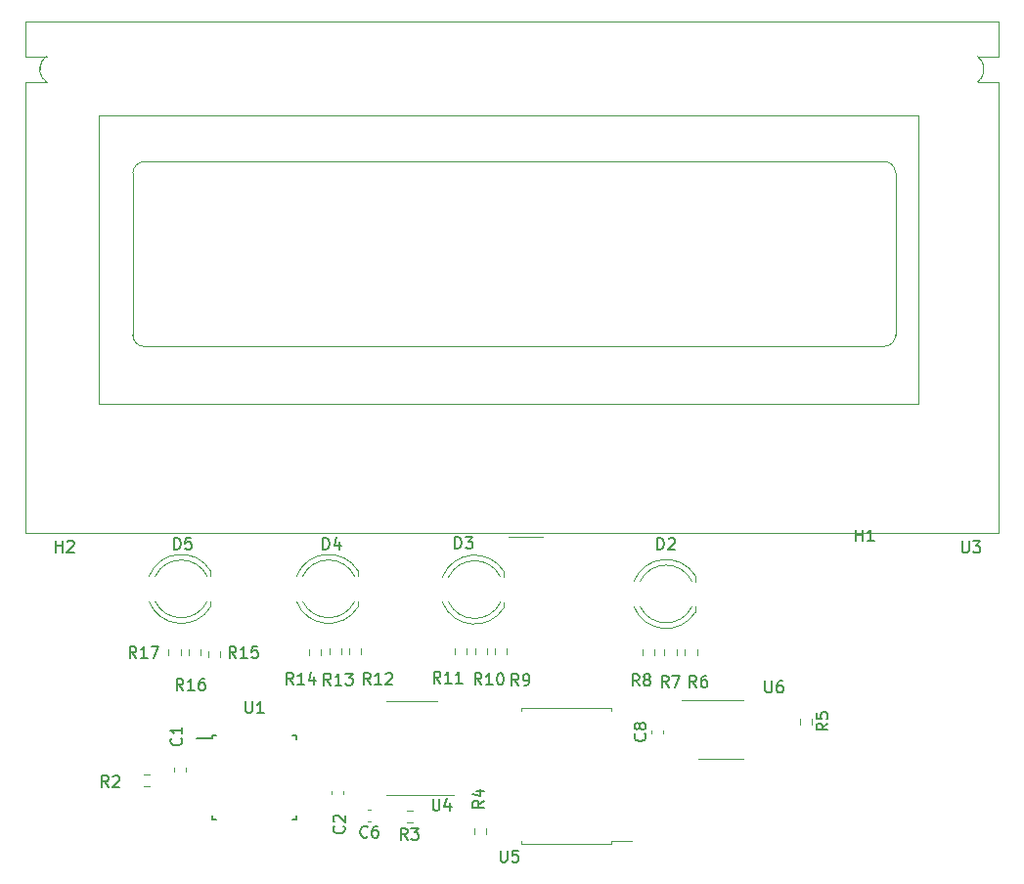
<source format=gbr>
G04 #@! TF.GenerationSoftware,KiCad,Pcbnew,5.1.7-a382d34a8~88~ubuntu18.04.1*
G04 #@! TF.CreationDate,2021-02-25T09:38:48-05:00*
G04 #@! TF.ProjectId,Dash_Left,44617368-5f4c-4656-9674-2e6b69636164,rev?*
G04 #@! TF.SameCoordinates,Original*
G04 #@! TF.FileFunction,Legend,Top*
G04 #@! TF.FilePolarity,Positive*
%FSLAX46Y46*%
G04 Gerber Fmt 4.6, Leading zero omitted, Abs format (unit mm)*
G04 Created by KiCad (PCBNEW 5.1.7-a382d34a8~88~ubuntu18.04.1) date 2021-02-25 09:38:48*
%MOMM*%
%LPD*%
G01*
G04 APERTURE LIST*
%ADD10C,0.120000*%
%ADD11C,0.150000*%
G04 APERTURE END LIST*
D10*
X139570847Y-110648020D02*
X139278313Y-110648020D01*
X139570847Y-111668020D02*
X139278313Y-111668020D01*
X123077500Y-96749776D02*
X123077500Y-97259224D01*
X122032500Y-96749776D02*
X122032500Y-97259224D01*
X124792000Y-96773276D02*
X124792000Y-97282724D01*
X123747000Y-96773276D02*
X123747000Y-97282724D01*
X126506500Y-96876776D02*
X126506500Y-97386224D01*
X125461500Y-96876776D02*
X125461500Y-97386224D01*
X135206000Y-96709776D02*
X135206000Y-97219224D01*
X134161000Y-96709776D02*
X134161000Y-97219224D01*
X136984000Y-96686276D02*
X136984000Y-97195724D01*
X135939000Y-96686276D02*
X135939000Y-97195724D01*
X138698500Y-96669776D02*
X138698500Y-97179224D01*
X137653500Y-96669776D02*
X137653500Y-97179224D01*
X147817100Y-96671676D02*
X147817100Y-97181124D01*
X146772100Y-96671676D02*
X146772100Y-97181124D01*
X149595100Y-96671676D02*
X149595100Y-97181124D01*
X148550100Y-96671676D02*
X148550100Y-97181124D01*
X151309600Y-96671676D02*
X151309600Y-97181124D01*
X150264600Y-96671676D02*
X150264600Y-97181124D01*
X164098500Y-96749776D02*
X164098500Y-97259224D01*
X163053500Y-96749776D02*
X163053500Y-97259224D01*
X166003500Y-96773276D02*
X166003500Y-97282724D01*
X164958500Y-96773276D02*
X164958500Y-97282724D01*
X167781500Y-96773276D02*
X167781500Y-97282724D01*
X166736500Y-96773276D02*
X166736500Y-97282724D01*
X169862500Y-101135500D02*
X166412500Y-101135500D01*
X169862500Y-101135500D02*
X171812500Y-101135500D01*
X169862500Y-106255500D02*
X167912500Y-106255500D01*
X169862500Y-106255500D02*
X171812500Y-106255500D01*
X160324000Y-113336000D02*
X162139000Y-113336000D01*
X160324000Y-113581000D02*
X160324000Y-113336000D01*
X156464000Y-113581000D02*
X160324000Y-113581000D01*
X152604000Y-113581000D02*
X152604000Y-113336000D01*
X156464000Y-113581000D02*
X152604000Y-113581000D01*
X160324000Y-101811000D02*
X160324000Y-102056000D01*
X156464000Y-101811000D02*
X160324000Y-101811000D01*
X152604000Y-101811000D02*
X152604000Y-102056000D01*
X156464000Y-101811000D02*
X152604000Y-101811000D01*
X143124000Y-109329000D02*
X146724000Y-109329000D01*
X143124000Y-109329000D02*
X140924000Y-109329000D01*
X143124000Y-101259000D02*
X145324000Y-101259000D01*
X143124000Y-101259000D02*
X140924000Y-101259000D01*
X115971500Y-75518500D02*
X115971500Y-50518500D01*
X186971500Y-75518500D02*
X115971500Y-75518500D01*
X186971500Y-50518500D02*
X186971500Y-75518500D01*
X115971500Y-50518500D02*
X186971500Y-50518500D01*
X119971500Y-54518500D02*
X183971500Y-54518500D01*
X184971500Y-55518500D02*
X184971500Y-69518500D01*
X183971500Y-70518500D02*
X119971500Y-70518500D01*
X118941500Y-69518500D02*
X118941500Y-55518500D01*
X154471500Y-87018500D02*
X151471500Y-87018500D01*
X109611500Y-86658500D02*
X109611500Y-47628500D01*
X193891500Y-86658500D02*
X109611500Y-86658500D01*
X193891500Y-47628500D02*
X193891500Y-86658500D01*
X109611500Y-42378500D02*
X193891500Y-42378500D01*
X109611500Y-47628500D02*
X111471500Y-47628500D01*
X109611500Y-45408500D02*
X109611500Y-42378500D01*
X111471500Y-45408500D02*
X109611500Y-45408500D01*
X193891500Y-47628500D02*
X192071500Y-47628500D01*
X193891500Y-42378500D02*
X193891500Y-45408500D01*
X193891500Y-45408500D02*
X192071500Y-45408500D01*
X119945760Y-54514800D02*
G75*
G03*
X118945000Y-55515560I0J-1000760D01*
G01*
X118937540Y-69526040D02*
G75*
G03*
X119935760Y-70524260I998220J0D01*
G01*
X183976140Y-70514260D02*
G75*
G03*
X184974360Y-69516040I0J998220D01*
G01*
X184966900Y-55495560D02*
G75*
G03*
X183966140Y-54494800I-1000760J0D01*
G01*
X111461500Y-45398500D02*
G75*
G03*
X111131500Y-47308500I790000J-1120000D01*
G01*
X111131500Y-45748500D02*
G75*
G03*
X111471500Y-47628500I1110000J-770000D01*
G01*
X192071500Y-47628500D02*
G75*
G03*
X192361500Y-45698500I-820000J1110000D01*
G01*
X192361500Y-47338500D02*
G75*
G03*
X192071500Y-45408500I-1110000J820000D01*
G01*
D11*
X125847000Y-104442000D02*
X124422000Y-104442000D01*
X133097000Y-104217000D02*
X132772000Y-104217000D01*
X133097000Y-111467000D02*
X132772000Y-111467000D01*
X125847000Y-111467000D02*
X126172000Y-111467000D01*
X125847000Y-104217000D02*
X126172000Y-104217000D01*
X125847000Y-111467000D02*
X125847000Y-111142000D01*
X133097000Y-111467000D02*
X133097000Y-111142000D01*
X133097000Y-104217000D02*
X133097000Y-104542000D01*
X125847000Y-104217000D02*
X125847000Y-104442000D01*
D10*
X176706000Y-102718776D02*
X176706000Y-103228224D01*
X177751000Y-102718776D02*
X177751000Y-103228224D01*
X149557000Y-112736724D02*
X149557000Y-112227276D01*
X148512000Y-112736724D02*
X148512000Y-112227276D01*
X142625356Y-111718620D02*
X143134804Y-111718620D01*
X142625356Y-110673620D02*
X143134804Y-110673620D01*
X120396724Y-107554500D02*
X119887276Y-107554500D01*
X120396724Y-108599500D02*
X119887276Y-108599500D01*
X125686500Y-90423500D02*
X125686500Y-89958500D01*
X125686500Y-93048500D02*
X125686500Y-92583500D01*
X120872021Y-90423071D02*
G75*
G02*
X125381184Y-90423500I2254479J-1080429D01*
G01*
X120872021Y-92583929D02*
G75*
G03*
X125381184Y-92583500I2254479J1080429D01*
G01*
X120338685Y-90422673D02*
G75*
G02*
X125686500Y-89958670I2787815J-1080827D01*
G01*
X120338685Y-92584327D02*
G75*
G03*
X125686500Y-93048330I2787815J1080827D01*
G01*
X138450000Y-90423500D02*
X138450000Y-89958500D01*
X138450000Y-93048500D02*
X138450000Y-92583500D01*
X133635521Y-90423071D02*
G75*
G02*
X138144684Y-90423500I2254479J-1080429D01*
G01*
X133635521Y-92583929D02*
G75*
G03*
X138144684Y-92583500I2254479J1080429D01*
G01*
X133102185Y-90422673D02*
G75*
G02*
X138450000Y-89958670I2787815J-1080827D01*
G01*
X133102185Y-92584327D02*
G75*
G03*
X138450000Y-93048330I2787815J1080827D01*
G01*
X151086500Y-90487000D02*
X151086500Y-90022000D01*
X151086500Y-93112000D02*
X151086500Y-92647000D01*
X146272021Y-90486571D02*
G75*
G02*
X150781184Y-90487000I2254479J-1080429D01*
G01*
X146272021Y-92647429D02*
G75*
G03*
X150781184Y-92647000I2254479J1080429D01*
G01*
X145738685Y-90486173D02*
G75*
G02*
X151086500Y-90022170I2787815J-1080827D01*
G01*
X145738685Y-92647827D02*
G75*
G03*
X151086500Y-93111830I2787815J1080827D01*
G01*
X167660000Y-90868000D02*
X167660000Y-90403000D01*
X167660000Y-93493000D02*
X167660000Y-93028000D01*
X162845521Y-90867571D02*
G75*
G02*
X167354684Y-90868000I2254479J-1080429D01*
G01*
X162845521Y-93028429D02*
G75*
G03*
X167354684Y-93028000I2254479J1080429D01*
G01*
X162312185Y-90867173D02*
G75*
G02*
X167660000Y-90403170I2787815J-1080827D01*
G01*
X162312185Y-93028827D02*
G75*
G03*
X167660000Y-93492830I2787815J1080827D01*
G01*
X164848000Y-104032267D02*
X164848000Y-103739733D01*
X163828000Y-104032267D02*
X163828000Y-103739733D01*
X136142000Y-108973233D02*
X136142000Y-109265767D01*
X137162000Y-108973233D02*
X137162000Y-109265767D01*
X123499340Y-107309967D02*
X123499340Y-107017433D01*
X122479340Y-107309967D02*
X122479340Y-107017433D01*
D11*
X139257913Y-112945162D02*
X139210294Y-112992781D01*
X139067437Y-113040400D01*
X138972199Y-113040400D01*
X138829341Y-112992781D01*
X138734103Y-112897543D01*
X138686484Y-112802305D01*
X138638865Y-112611829D01*
X138638865Y-112468972D01*
X138686484Y-112278496D01*
X138734103Y-112183258D01*
X138829341Y-112088020D01*
X138972199Y-112040400D01*
X139067437Y-112040400D01*
X139210294Y-112088020D01*
X139257913Y-112135639D01*
X140115056Y-112040400D02*
X139924580Y-112040400D01*
X139829341Y-112088020D01*
X139781722Y-112135639D01*
X139686484Y-112278496D01*
X139638865Y-112468972D01*
X139638865Y-112849924D01*
X139686484Y-112945162D01*
X139734103Y-112992781D01*
X139829341Y-113040400D01*
X140019818Y-113040400D01*
X140115056Y-112992781D01*
X140162675Y-112945162D01*
X140210294Y-112849924D01*
X140210294Y-112611829D01*
X140162675Y-112516591D01*
X140115056Y-112468972D01*
X140019818Y-112421353D01*
X139829341Y-112421353D01*
X139734103Y-112468972D01*
X139686484Y-112516591D01*
X139638865Y-112611829D01*
X119245142Y-97480380D02*
X118911809Y-97004190D01*
X118673714Y-97480380D02*
X118673714Y-96480380D01*
X119054666Y-96480380D01*
X119149904Y-96528000D01*
X119197523Y-96575619D01*
X119245142Y-96670857D01*
X119245142Y-96813714D01*
X119197523Y-96908952D01*
X119149904Y-96956571D01*
X119054666Y-97004190D01*
X118673714Y-97004190D01*
X120197523Y-97480380D02*
X119626095Y-97480380D01*
X119911809Y-97480380D02*
X119911809Y-96480380D01*
X119816571Y-96623238D01*
X119721333Y-96718476D01*
X119626095Y-96766095D01*
X120530857Y-96480380D02*
X121197523Y-96480380D01*
X120768952Y-97480380D01*
X123309142Y-100274380D02*
X122975809Y-99798190D01*
X122737714Y-100274380D02*
X122737714Y-99274380D01*
X123118666Y-99274380D01*
X123213904Y-99322000D01*
X123261523Y-99369619D01*
X123309142Y-99464857D01*
X123309142Y-99607714D01*
X123261523Y-99702952D01*
X123213904Y-99750571D01*
X123118666Y-99798190D01*
X122737714Y-99798190D01*
X124261523Y-100274380D02*
X123690095Y-100274380D01*
X123975809Y-100274380D02*
X123975809Y-99274380D01*
X123880571Y-99417238D01*
X123785333Y-99512476D01*
X123690095Y-99560095D01*
X125118666Y-99274380D02*
X124928190Y-99274380D01*
X124832952Y-99322000D01*
X124785333Y-99369619D01*
X124690095Y-99512476D01*
X124642476Y-99702952D01*
X124642476Y-100083904D01*
X124690095Y-100179142D01*
X124737714Y-100226761D01*
X124832952Y-100274380D01*
X125023428Y-100274380D01*
X125118666Y-100226761D01*
X125166285Y-100179142D01*
X125213904Y-100083904D01*
X125213904Y-99845809D01*
X125166285Y-99750571D01*
X125118666Y-99702952D01*
X125023428Y-99655333D01*
X124832952Y-99655333D01*
X124737714Y-99702952D01*
X124690095Y-99750571D01*
X124642476Y-99845809D01*
X127881142Y-97480380D02*
X127547809Y-97004190D01*
X127309714Y-97480380D02*
X127309714Y-96480380D01*
X127690666Y-96480380D01*
X127785904Y-96528000D01*
X127833523Y-96575619D01*
X127881142Y-96670857D01*
X127881142Y-96813714D01*
X127833523Y-96908952D01*
X127785904Y-96956571D01*
X127690666Y-97004190D01*
X127309714Y-97004190D01*
X128833523Y-97480380D02*
X128262095Y-97480380D01*
X128547809Y-97480380D02*
X128547809Y-96480380D01*
X128452571Y-96623238D01*
X128357333Y-96718476D01*
X128262095Y-96766095D01*
X129738285Y-96480380D02*
X129262095Y-96480380D01*
X129214476Y-96956571D01*
X129262095Y-96908952D01*
X129357333Y-96861333D01*
X129595428Y-96861333D01*
X129690666Y-96908952D01*
X129738285Y-96956571D01*
X129785904Y-97051809D01*
X129785904Y-97289904D01*
X129738285Y-97385142D01*
X129690666Y-97432761D01*
X129595428Y-97480380D01*
X129357333Y-97480380D01*
X129262095Y-97432761D01*
X129214476Y-97385142D01*
X132834142Y-99766380D02*
X132500809Y-99290190D01*
X132262714Y-99766380D02*
X132262714Y-98766380D01*
X132643666Y-98766380D01*
X132738904Y-98814000D01*
X132786523Y-98861619D01*
X132834142Y-98956857D01*
X132834142Y-99099714D01*
X132786523Y-99194952D01*
X132738904Y-99242571D01*
X132643666Y-99290190D01*
X132262714Y-99290190D01*
X133786523Y-99766380D02*
X133215095Y-99766380D01*
X133500809Y-99766380D02*
X133500809Y-98766380D01*
X133405571Y-98909238D01*
X133310333Y-99004476D01*
X133215095Y-99052095D01*
X134643666Y-99099714D02*
X134643666Y-99766380D01*
X134405571Y-98718761D02*
X134167476Y-99433047D01*
X134786523Y-99433047D01*
X136072642Y-99829880D02*
X135739309Y-99353690D01*
X135501214Y-99829880D02*
X135501214Y-98829880D01*
X135882166Y-98829880D01*
X135977404Y-98877500D01*
X136025023Y-98925119D01*
X136072642Y-99020357D01*
X136072642Y-99163214D01*
X136025023Y-99258452D01*
X135977404Y-99306071D01*
X135882166Y-99353690D01*
X135501214Y-99353690D01*
X137025023Y-99829880D02*
X136453595Y-99829880D01*
X136739309Y-99829880D02*
X136739309Y-98829880D01*
X136644071Y-98972738D01*
X136548833Y-99067976D01*
X136453595Y-99115595D01*
X137358357Y-98829880D02*
X137977404Y-98829880D01*
X137644071Y-99210833D01*
X137786928Y-99210833D01*
X137882166Y-99258452D01*
X137929785Y-99306071D01*
X137977404Y-99401309D01*
X137977404Y-99639404D01*
X137929785Y-99734642D01*
X137882166Y-99782261D01*
X137786928Y-99829880D01*
X137501214Y-99829880D01*
X137405976Y-99782261D01*
X137358357Y-99734642D01*
X139501642Y-99766380D02*
X139168309Y-99290190D01*
X138930214Y-99766380D02*
X138930214Y-98766380D01*
X139311166Y-98766380D01*
X139406404Y-98814000D01*
X139454023Y-98861619D01*
X139501642Y-98956857D01*
X139501642Y-99099714D01*
X139454023Y-99194952D01*
X139406404Y-99242571D01*
X139311166Y-99290190D01*
X138930214Y-99290190D01*
X140454023Y-99766380D02*
X139882595Y-99766380D01*
X140168309Y-99766380D02*
X140168309Y-98766380D01*
X140073071Y-98909238D01*
X139977833Y-99004476D01*
X139882595Y-99052095D01*
X140834976Y-98861619D02*
X140882595Y-98814000D01*
X140977833Y-98766380D01*
X141215928Y-98766380D01*
X141311166Y-98814000D01*
X141358785Y-98861619D01*
X141406404Y-98956857D01*
X141406404Y-99052095D01*
X141358785Y-99194952D01*
X140787357Y-99766380D01*
X141406404Y-99766380D01*
X145572242Y-99664780D02*
X145238909Y-99188590D01*
X145000814Y-99664780D02*
X145000814Y-98664780D01*
X145381766Y-98664780D01*
X145477004Y-98712400D01*
X145524623Y-98760019D01*
X145572242Y-98855257D01*
X145572242Y-98998114D01*
X145524623Y-99093352D01*
X145477004Y-99140971D01*
X145381766Y-99188590D01*
X145000814Y-99188590D01*
X146524623Y-99664780D02*
X145953195Y-99664780D01*
X146238909Y-99664780D02*
X146238909Y-98664780D01*
X146143671Y-98807638D01*
X146048433Y-98902876D01*
X145953195Y-98950495D01*
X147477004Y-99664780D02*
X146905576Y-99664780D01*
X147191290Y-99664780D02*
X147191290Y-98664780D01*
X147096052Y-98807638D01*
X147000814Y-98902876D01*
X146905576Y-98950495D01*
X149128242Y-99791780D02*
X148794909Y-99315590D01*
X148556814Y-99791780D02*
X148556814Y-98791780D01*
X148937766Y-98791780D01*
X149033004Y-98839400D01*
X149080623Y-98887019D01*
X149128242Y-98982257D01*
X149128242Y-99125114D01*
X149080623Y-99220352D01*
X149033004Y-99267971D01*
X148937766Y-99315590D01*
X148556814Y-99315590D01*
X150080623Y-99791780D02*
X149509195Y-99791780D01*
X149794909Y-99791780D02*
X149794909Y-98791780D01*
X149699671Y-98934638D01*
X149604433Y-99029876D01*
X149509195Y-99077495D01*
X150699671Y-98791780D02*
X150794909Y-98791780D01*
X150890147Y-98839400D01*
X150937766Y-98887019D01*
X150985385Y-98982257D01*
X151033004Y-99172733D01*
X151033004Y-99410828D01*
X150985385Y-99601304D01*
X150937766Y-99696542D01*
X150890147Y-99744161D01*
X150794909Y-99791780D01*
X150699671Y-99791780D01*
X150604433Y-99744161D01*
X150556814Y-99696542D01*
X150509195Y-99601304D01*
X150461576Y-99410828D01*
X150461576Y-99172733D01*
X150509195Y-98982257D01*
X150556814Y-98887019D01*
X150604433Y-98839400D01*
X150699671Y-98791780D01*
X152334933Y-99855280D02*
X152001600Y-99379090D01*
X151763504Y-99855280D02*
X151763504Y-98855280D01*
X152144457Y-98855280D01*
X152239695Y-98902900D01*
X152287314Y-98950519D01*
X152334933Y-99045757D01*
X152334933Y-99188614D01*
X152287314Y-99283852D01*
X152239695Y-99331471D01*
X152144457Y-99379090D01*
X151763504Y-99379090D01*
X152811123Y-99855280D02*
X153001600Y-99855280D01*
X153096838Y-99807661D01*
X153144457Y-99760042D01*
X153239695Y-99617185D01*
X153287314Y-99426709D01*
X153287314Y-99045757D01*
X153239695Y-98950519D01*
X153192076Y-98902900D01*
X153096838Y-98855280D01*
X152906361Y-98855280D01*
X152811123Y-98902900D01*
X152763504Y-98950519D01*
X152715885Y-99045757D01*
X152715885Y-99283852D01*
X152763504Y-99379090D01*
X152811123Y-99426709D01*
X152906361Y-99474328D01*
X153096838Y-99474328D01*
X153192076Y-99426709D01*
X153239695Y-99379090D01*
X153287314Y-99283852D01*
X162774333Y-99893380D02*
X162441000Y-99417190D01*
X162202904Y-99893380D02*
X162202904Y-98893380D01*
X162583857Y-98893380D01*
X162679095Y-98941000D01*
X162726714Y-98988619D01*
X162774333Y-99083857D01*
X162774333Y-99226714D01*
X162726714Y-99321952D01*
X162679095Y-99369571D01*
X162583857Y-99417190D01*
X162202904Y-99417190D01*
X163345761Y-99321952D02*
X163250523Y-99274333D01*
X163202904Y-99226714D01*
X163155285Y-99131476D01*
X163155285Y-99083857D01*
X163202904Y-98988619D01*
X163250523Y-98941000D01*
X163345761Y-98893380D01*
X163536238Y-98893380D01*
X163631476Y-98941000D01*
X163679095Y-98988619D01*
X163726714Y-99083857D01*
X163726714Y-99131476D01*
X163679095Y-99226714D01*
X163631476Y-99274333D01*
X163536238Y-99321952D01*
X163345761Y-99321952D01*
X163250523Y-99369571D01*
X163202904Y-99417190D01*
X163155285Y-99512428D01*
X163155285Y-99702904D01*
X163202904Y-99798142D01*
X163250523Y-99845761D01*
X163345761Y-99893380D01*
X163536238Y-99893380D01*
X163631476Y-99845761D01*
X163679095Y-99798142D01*
X163726714Y-99702904D01*
X163726714Y-99512428D01*
X163679095Y-99417190D01*
X163631476Y-99369571D01*
X163536238Y-99321952D01*
X165314333Y-100020380D02*
X164981000Y-99544190D01*
X164742904Y-100020380D02*
X164742904Y-99020380D01*
X165123857Y-99020380D01*
X165219095Y-99068000D01*
X165266714Y-99115619D01*
X165314333Y-99210857D01*
X165314333Y-99353714D01*
X165266714Y-99448952D01*
X165219095Y-99496571D01*
X165123857Y-99544190D01*
X164742904Y-99544190D01*
X165647666Y-99020380D02*
X166314333Y-99020380D01*
X165885761Y-100020380D01*
X167727333Y-100020380D02*
X167394000Y-99544190D01*
X167155904Y-100020380D02*
X167155904Y-99020380D01*
X167536857Y-99020380D01*
X167632095Y-99068000D01*
X167679714Y-99115619D01*
X167727333Y-99210857D01*
X167727333Y-99353714D01*
X167679714Y-99448952D01*
X167632095Y-99496571D01*
X167536857Y-99544190D01*
X167155904Y-99544190D01*
X168584476Y-99020380D02*
X168394000Y-99020380D01*
X168298761Y-99068000D01*
X168251142Y-99115619D01*
X168155904Y-99258476D01*
X168108285Y-99448952D01*
X168108285Y-99829904D01*
X168155904Y-99925142D01*
X168203523Y-99972761D01*
X168298761Y-100020380D01*
X168489238Y-100020380D01*
X168584476Y-99972761D01*
X168632095Y-99925142D01*
X168679714Y-99829904D01*
X168679714Y-99591809D01*
X168632095Y-99496571D01*
X168584476Y-99448952D01*
X168489238Y-99401333D01*
X168298761Y-99401333D01*
X168203523Y-99448952D01*
X168155904Y-99496571D01*
X168108285Y-99591809D01*
X173685295Y-99477580D02*
X173685295Y-100287104D01*
X173732914Y-100382342D01*
X173780533Y-100429961D01*
X173875771Y-100477580D01*
X174066247Y-100477580D01*
X174161485Y-100429961D01*
X174209104Y-100382342D01*
X174256723Y-100287104D01*
X174256723Y-99477580D01*
X175161485Y-99477580D02*
X174971009Y-99477580D01*
X174875771Y-99525200D01*
X174828152Y-99572819D01*
X174732914Y-99715676D01*
X174685295Y-99906152D01*
X174685295Y-100287104D01*
X174732914Y-100382342D01*
X174780533Y-100429961D01*
X174875771Y-100477580D01*
X175066247Y-100477580D01*
X175161485Y-100429961D01*
X175209104Y-100382342D01*
X175256723Y-100287104D01*
X175256723Y-100049009D01*
X175209104Y-99953771D01*
X175161485Y-99906152D01*
X175066247Y-99858533D01*
X174875771Y-99858533D01*
X174780533Y-99906152D01*
X174732914Y-99953771D01*
X174685295Y-100049009D01*
X150774495Y-114158780D02*
X150774495Y-114968304D01*
X150822114Y-115063542D01*
X150869733Y-115111161D01*
X150964971Y-115158780D01*
X151155447Y-115158780D01*
X151250685Y-115111161D01*
X151298304Y-115063542D01*
X151345923Y-114968304D01*
X151345923Y-114158780D01*
X152298304Y-114158780D02*
X151822114Y-114158780D01*
X151774495Y-114634971D01*
X151822114Y-114587352D01*
X151917352Y-114539733D01*
X152155447Y-114539733D01*
X152250685Y-114587352D01*
X152298304Y-114634971D01*
X152345923Y-114730209D01*
X152345923Y-114968304D01*
X152298304Y-115063542D01*
X152250685Y-115111161D01*
X152155447Y-115158780D01*
X151917352Y-115158780D01*
X151822114Y-115111161D01*
X151774495Y-115063542D01*
X144907095Y-109688380D02*
X144907095Y-110497904D01*
X144954714Y-110593142D01*
X145002333Y-110640761D01*
X145097571Y-110688380D01*
X145288047Y-110688380D01*
X145383285Y-110640761D01*
X145430904Y-110593142D01*
X145478523Y-110497904D01*
X145478523Y-109688380D01*
X146383285Y-110021714D02*
X146383285Y-110688380D01*
X146145190Y-109640761D02*
X145907095Y-110355047D01*
X146526142Y-110355047D01*
X190739595Y-87380880D02*
X190739595Y-88190404D01*
X190787214Y-88285642D01*
X190834833Y-88333261D01*
X190930071Y-88380880D01*
X191120547Y-88380880D01*
X191215785Y-88333261D01*
X191263404Y-88285642D01*
X191311023Y-88190404D01*
X191311023Y-87380880D01*
X191691976Y-87380880D02*
X192311023Y-87380880D01*
X191977690Y-87761833D01*
X192120547Y-87761833D01*
X192215785Y-87809452D01*
X192263404Y-87857071D01*
X192311023Y-87952309D01*
X192311023Y-88190404D01*
X192263404Y-88285642D01*
X192215785Y-88333261D01*
X192120547Y-88380880D01*
X191834833Y-88380880D01*
X191739595Y-88333261D01*
X191691976Y-88285642D01*
X128710095Y-101244380D02*
X128710095Y-102053904D01*
X128757714Y-102149142D01*
X128805333Y-102196761D01*
X128900571Y-102244380D01*
X129091047Y-102244380D01*
X129186285Y-102196761D01*
X129233904Y-102149142D01*
X129281523Y-102053904D01*
X129281523Y-101244380D01*
X130281523Y-102244380D02*
X129710095Y-102244380D01*
X129995809Y-102244380D02*
X129995809Y-101244380D01*
X129900571Y-101387238D01*
X129805333Y-101482476D01*
X129710095Y-101530095D01*
X179110880Y-103140166D02*
X178634690Y-103473500D01*
X179110880Y-103711595D02*
X178110880Y-103711595D01*
X178110880Y-103330642D01*
X178158500Y-103235404D01*
X178206119Y-103187785D01*
X178301357Y-103140166D01*
X178444214Y-103140166D01*
X178539452Y-103187785D01*
X178587071Y-103235404D01*
X178634690Y-103330642D01*
X178634690Y-103711595D01*
X178110880Y-102235404D02*
X178110880Y-102711595D01*
X178587071Y-102759214D01*
X178539452Y-102711595D01*
X178491833Y-102616357D01*
X178491833Y-102378261D01*
X178539452Y-102283023D01*
X178587071Y-102235404D01*
X178682309Y-102187785D01*
X178920404Y-102187785D01*
X179015642Y-102235404D01*
X179063261Y-102283023D01*
X179110880Y-102378261D01*
X179110880Y-102616357D01*
X179063261Y-102711595D01*
X179015642Y-102759214D01*
X149359880Y-109854666D02*
X148883690Y-110188000D01*
X149359880Y-110426095D02*
X148359880Y-110426095D01*
X148359880Y-110045142D01*
X148407500Y-109949904D01*
X148455119Y-109902285D01*
X148550357Y-109854666D01*
X148693214Y-109854666D01*
X148788452Y-109902285D01*
X148836071Y-109949904D01*
X148883690Y-110045142D01*
X148883690Y-110426095D01*
X148693214Y-108997523D02*
X149359880Y-108997523D01*
X148312261Y-109235619D02*
X149026547Y-109473714D01*
X149026547Y-108854666D01*
X142708333Y-113228380D02*
X142375000Y-112752190D01*
X142136904Y-113228380D02*
X142136904Y-112228380D01*
X142517857Y-112228380D01*
X142613095Y-112276000D01*
X142660714Y-112323619D01*
X142708333Y-112418857D01*
X142708333Y-112561714D01*
X142660714Y-112656952D01*
X142613095Y-112704571D01*
X142517857Y-112752190D01*
X142136904Y-112752190D01*
X143041666Y-112228380D02*
X143660714Y-112228380D01*
X143327380Y-112609333D01*
X143470238Y-112609333D01*
X143565476Y-112656952D01*
X143613095Y-112704571D01*
X143660714Y-112799809D01*
X143660714Y-113037904D01*
X143613095Y-113133142D01*
X143565476Y-113180761D01*
X143470238Y-113228380D01*
X143184523Y-113228380D01*
X143089285Y-113180761D01*
X143041666Y-113133142D01*
X116830173Y-108656380D02*
X116496840Y-108180190D01*
X116258744Y-108656380D02*
X116258744Y-107656380D01*
X116639697Y-107656380D01*
X116734935Y-107704000D01*
X116782554Y-107751619D01*
X116830173Y-107846857D01*
X116830173Y-107989714D01*
X116782554Y-108084952D01*
X116734935Y-108132571D01*
X116639697Y-108180190D01*
X116258744Y-108180190D01*
X117211125Y-107751619D02*
X117258744Y-107704000D01*
X117353982Y-107656380D01*
X117592078Y-107656380D01*
X117687316Y-107704000D01*
X117734935Y-107751619D01*
X117782554Y-107846857D01*
X117782554Y-107942095D01*
X117734935Y-108084952D01*
X117163506Y-108656380D01*
X117782554Y-108656380D01*
X112268095Y-88327380D02*
X112268095Y-87327380D01*
X112268095Y-87803571D02*
X112839523Y-87803571D01*
X112839523Y-88327380D02*
X112839523Y-87327380D01*
X113268095Y-87422619D02*
X113315714Y-87375000D01*
X113410952Y-87327380D01*
X113649047Y-87327380D01*
X113744285Y-87375000D01*
X113791904Y-87422619D01*
X113839523Y-87517857D01*
X113839523Y-87613095D01*
X113791904Y-87755952D01*
X113220476Y-88327380D01*
X113839523Y-88327380D01*
X181546595Y-87374880D02*
X181546595Y-86374880D01*
X181546595Y-86851071D02*
X182118023Y-86851071D01*
X182118023Y-87374880D02*
X182118023Y-86374880D01*
X183118023Y-87374880D02*
X182546595Y-87374880D01*
X182832309Y-87374880D02*
X182832309Y-86374880D01*
X182737071Y-86517738D01*
X182641833Y-86612976D01*
X182546595Y-86660595D01*
X122515404Y-88082380D02*
X122515404Y-87082380D01*
X122753500Y-87082380D01*
X122896357Y-87130000D01*
X122991595Y-87225238D01*
X123039214Y-87320476D01*
X123086833Y-87510952D01*
X123086833Y-87653809D01*
X123039214Y-87844285D01*
X122991595Y-87939523D01*
X122896357Y-88034761D01*
X122753500Y-88082380D01*
X122515404Y-88082380D01*
X123991595Y-87082380D02*
X123515404Y-87082380D01*
X123467785Y-87558571D01*
X123515404Y-87510952D01*
X123610642Y-87463333D01*
X123848738Y-87463333D01*
X123943976Y-87510952D01*
X123991595Y-87558571D01*
X124039214Y-87653809D01*
X124039214Y-87891904D01*
X123991595Y-87987142D01*
X123943976Y-88034761D01*
X123848738Y-88082380D01*
X123610642Y-88082380D01*
X123515404Y-88034761D01*
X123467785Y-87987142D01*
X135405904Y-88082380D02*
X135405904Y-87082380D01*
X135644000Y-87082380D01*
X135786857Y-87130000D01*
X135882095Y-87225238D01*
X135929714Y-87320476D01*
X135977333Y-87510952D01*
X135977333Y-87653809D01*
X135929714Y-87844285D01*
X135882095Y-87939523D01*
X135786857Y-88034761D01*
X135644000Y-88082380D01*
X135405904Y-88082380D01*
X136834476Y-87415714D02*
X136834476Y-88082380D01*
X136596380Y-87034761D02*
X136358285Y-87749047D01*
X136977333Y-87749047D01*
X146835904Y-88018880D02*
X146835904Y-87018880D01*
X147074000Y-87018880D01*
X147216857Y-87066500D01*
X147312095Y-87161738D01*
X147359714Y-87256976D01*
X147407333Y-87447452D01*
X147407333Y-87590309D01*
X147359714Y-87780785D01*
X147312095Y-87876023D01*
X147216857Y-87971261D01*
X147074000Y-88018880D01*
X146835904Y-88018880D01*
X147740666Y-87018880D02*
X148359714Y-87018880D01*
X148026380Y-87399833D01*
X148169238Y-87399833D01*
X148264476Y-87447452D01*
X148312095Y-87495071D01*
X148359714Y-87590309D01*
X148359714Y-87828404D01*
X148312095Y-87923642D01*
X148264476Y-87971261D01*
X148169238Y-88018880D01*
X147883523Y-88018880D01*
X147788285Y-87971261D01*
X147740666Y-87923642D01*
X164361904Y-88082380D02*
X164361904Y-87082380D01*
X164600000Y-87082380D01*
X164742857Y-87130000D01*
X164838095Y-87225238D01*
X164885714Y-87320476D01*
X164933333Y-87510952D01*
X164933333Y-87653809D01*
X164885714Y-87844285D01*
X164838095Y-87939523D01*
X164742857Y-88034761D01*
X164600000Y-88082380D01*
X164361904Y-88082380D01*
X165314285Y-87177619D02*
X165361904Y-87130000D01*
X165457142Y-87082380D01*
X165695238Y-87082380D01*
X165790476Y-87130000D01*
X165838095Y-87177619D01*
X165885714Y-87272857D01*
X165885714Y-87368095D01*
X165838095Y-87510952D01*
X165266666Y-88082380D01*
X165885714Y-88082380D01*
X163265142Y-104052666D02*
X163312761Y-104100285D01*
X163360380Y-104243142D01*
X163360380Y-104338380D01*
X163312761Y-104481238D01*
X163217523Y-104576476D01*
X163122285Y-104624095D01*
X162931809Y-104671714D01*
X162788952Y-104671714D01*
X162598476Y-104624095D01*
X162503238Y-104576476D01*
X162408000Y-104481238D01*
X162360380Y-104338380D01*
X162360380Y-104243142D01*
X162408000Y-104100285D01*
X162455619Y-104052666D01*
X162788952Y-103481238D02*
X162741333Y-103576476D01*
X162693714Y-103624095D01*
X162598476Y-103671714D01*
X162550857Y-103671714D01*
X162455619Y-103624095D01*
X162408000Y-103576476D01*
X162360380Y-103481238D01*
X162360380Y-103290761D01*
X162408000Y-103195523D01*
X162455619Y-103147904D01*
X162550857Y-103100285D01*
X162598476Y-103100285D01*
X162693714Y-103147904D01*
X162741333Y-103195523D01*
X162788952Y-103290761D01*
X162788952Y-103481238D01*
X162836571Y-103576476D01*
X162884190Y-103624095D01*
X162979428Y-103671714D01*
X163169904Y-103671714D01*
X163265142Y-103624095D01*
X163312761Y-103576476D01*
X163360380Y-103481238D01*
X163360380Y-103290761D01*
X163312761Y-103195523D01*
X163265142Y-103147904D01*
X163169904Y-103100285D01*
X162979428Y-103100285D01*
X162884190Y-103147904D01*
X162836571Y-103195523D01*
X162788952Y-103290761D01*
X137199642Y-112043166D02*
X137247261Y-112090785D01*
X137294880Y-112233642D01*
X137294880Y-112328880D01*
X137247261Y-112471738D01*
X137152023Y-112566976D01*
X137056785Y-112614595D01*
X136866309Y-112662214D01*
X136723452Y-112662214D01*
X136532976Y-112614595D01*
X136437738Y-112566976D01*
X136342500Y-112471738D01*
X136294880Y-112328880D01*
X136294880Y-112233642D01*
X136342500Y-112090785D01*
X136390119Y-112043166D01*
X136390119Y-111662214D02*
X136342500Y-111614595D01*
X136294880Y-111519357D01*
X136294880Y-111281261D01*
X136342500Y-111186023D01*
X136390119Y-111138404D01*
X136485357Y-111090785D01*
X136580595Y-111090785D01*
X136723452Y-111138404D01*
X137294880Y-111709833D01*
X137294880Y-111090785D01*
X123112802Y-104439846D02*
X123160421Y-104487465D01*
X123208040Y-104630322D01*
X123208040Y-104725560D01*
X123160421Y-104868418D01*
X123065183Y-104963656D01*
X122969945Y-105011275D01*
X122779469Y-105058894D01*
X122636612Y-105058894D01*
X122446136Y-105011275D01*
X122350898Y-104963656D01*
X122255660Y-104868418D01*
X122208040Y-104725560D01*
X122208040Y-104630322D01*
X122255660Y-104487465D01*
X122303279Y-104439846D01*
X123208040Y-103487465D02*
X123208040Y-104058894D01*
X123208040Y-103773180D02*
X122208040Y-103773180D01*
X122350898Y-103868418D01*
X122446136Y-103963656D01*
X122493755Y-104058894D01*
M02*

</source>
